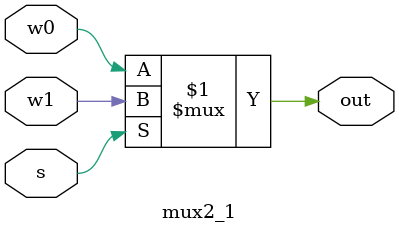
<source format=v>
module mux2_1(
input wire w0, w1, s,
output wire out
);

assign out = s ? w1:w0;

endmodule

</source>
